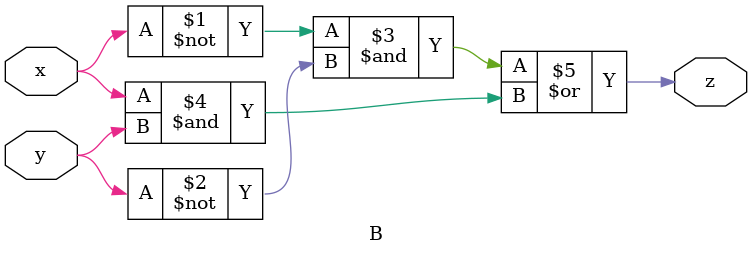
<source format=v>
module top_module (input x, input y, output z);

    wire z1, z2, z3, z4;
    A A1 (x, y, z1);
    A A2 (x ,y, z2);
    B B1 (x, y, z3);
    B B2 (x, y, z4);
    
    assign z = (z2&z4) ^ (z1|z3);
    
    
endmodule

module A (input x, input y, output z);

    assign z = (x^y)&x;
endmodule

module B ( input x, input y, output z );
    assign z = (~x & ~y) | (x&y);

endmodule

</source>
